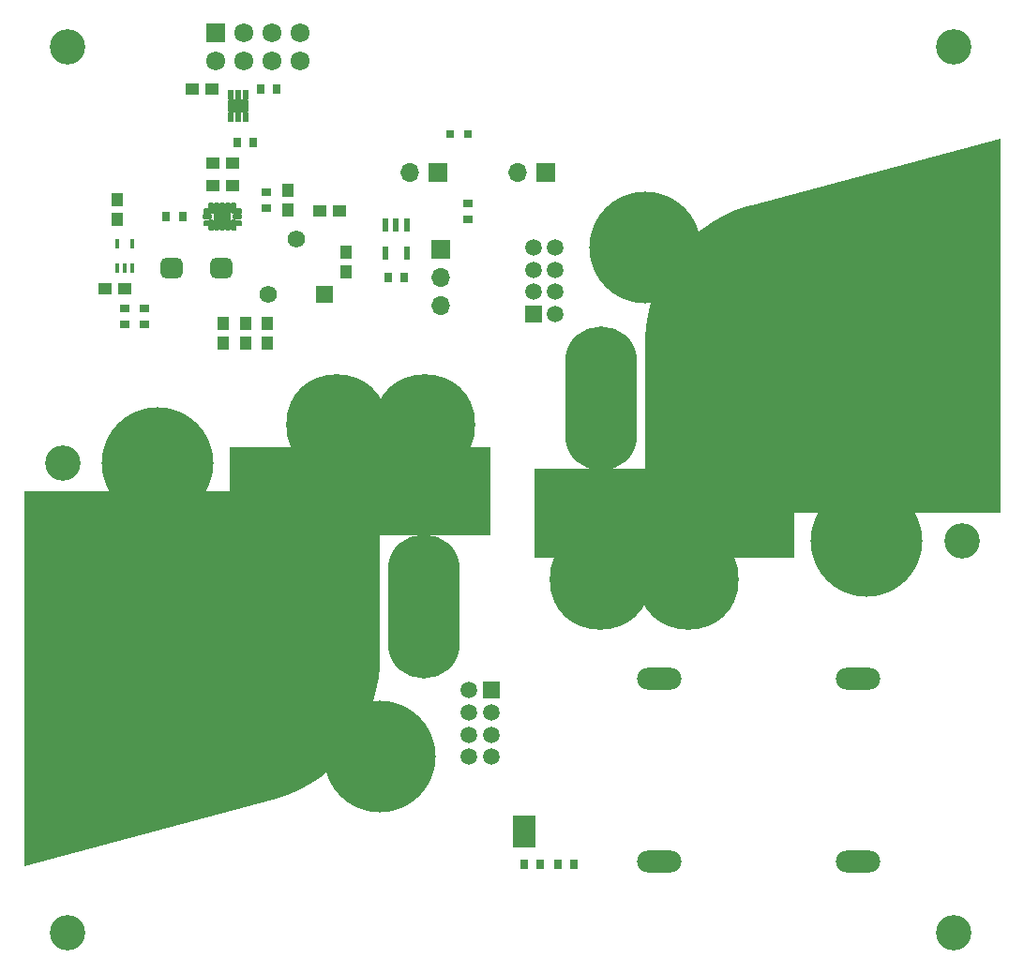
<source format=gbr>
%TF.GenerationSoftware,KiCad,Pcbnew,8.0.4*%
%TF.CreationDate,2024-08-22T00:26:23+05:30*%
%TF.ProjectId,sanket 4.0,73616e6b-6574-4203-942e-302e6b696361,rev?*%
%TF.SameCoordinates,Original*%
%TF.FileFunction,Soldermask,Top*%
%TF.FilePolarity,Negative*%
%FSLAX46Y46*%
G04 Gerber Fmt 4.6, Leading zero omitted, Abs format (unit mm)*
G04 Created by KiCad (PCBNEW 8.0.4) date 2024-08-22 00:26:23*
%MOMM*%
%LPD*%
G01*
G04 APERTURE LIST*
G04 Aperture macros list*
%AMRoundRect*
0 Rectangle with rounded corners*
0 $1 Rounding radius*
0 $2 $3 $4 $5 $6 $7 $8 $9 X,Y pos of 4 corners*
0 Add a 4 corners polygon primitive as box body*
4,1,4,$2,$3,$4,$5,$6,$7,$8,$9,$2,$3,0*
0 Add four circle primitives for the rounded corners*
1,1,$1+$1,$2,$3*
1,1,$1+$1,$4,$5*
1,1,$1+$1,$6,$7*
1,1,$1+$1,$8,$9*
0 Add four rect primitives between the rounded corners*
20,1,$1+$1,$2,$3,$4,$5,0*
20,1,$1+$1,$4,$5,$6,$7,0*
20,1,$1+$1,$6,$7,$8,$9,0*
20,1,$1+$1,$8,$9,$2,$3,0*%
G04 Aperture macros list end*
%ADD10C,0.000000*%
%ADD11C,0.025400*%
%ADD12O,4.000000X2.000000*%
%ADD13R,0.650000X0.900000*%
%ADD14R,1.720000X1.720000*%
%ADD15C,1.720000*%
%ADD16R,0.900000X0.650000*%
%ADD17C,3.200000*%
%ADD18R,1.100000X1.150000*%
%ADD19R,2.000000X3.000000*%
%ADD20R,0.600000X1.250000*%
%ADD21RoundRect,0.450000X0.550000X0.450000X-0.550000X0.450000X-0.550000X-0.450000X0.550000X-0.450000X0*%
%ADD22R,1.700000X1.700000*%
%ADD23O,1.700000X1.700000*%
%ADD24R,1.150000X1.100000*%
%ADD25R,0.400000X0.900000*%
%ADD26R,0.800000X0.800000*%
%ADD27R,1.560000X1.560000*%
%ADD28C,1.560000*%
%ADD29C,10.100000*%
%ADD30C,9.100000*%
%ADD31O,6.500000X13.000000*%
%ADD32R,1.490000X1.490000*%
%ADD33C,1.490000*%
%ADD34RoundRect,0.102000X0.125000X-0.387500X0.125000X0.387500X-0.125000X0.387500X-0.125000X-0.387500X0*%
%ADD35RoundRect,0.102000X0.125000X-1.150000X0.125000X1.150000X-0.125000X1.150000X-0.125000X-1.150000X0*%
%ADD36RoundRect,0.102000X0.325000X-0.125000X0.325000X0.125000X-0.325000X0.125000X-0.325000X-0.125000X0*%
%ADD37RoundRect,0.102000X0.160000X-0.345000X0.160000X0.345000X-0.160000X0.345000X-0.160000X-0.345000X0*%
%ADD38RoundRect,0.102000X0.800000X-0.500000X0.800000X0.500000X-0.800000X0.500000X-0.800000X-0.500000X0*%
G04 APERTURE END LIST*
D10*
%TO.C,DEPLOYER2*%
G36*
X143301100Y-96675485D02*
G01*
X133301100Y-96675485D01*
X133301100Y-107966235D01*
X133301100Y-108498305D01*
X133214140Y-109558895D01*
X133040790Y-110608835D01*
X132782220Y-111641105D01*
X132440160Y-112648785D01*
X132016890Y-113625135D01*
X131515260Y-114563635D01*
X130938600Y-115458005D01*
X130290790Y-116302255D01*
X129576140Y-117090735D01*
X128799460Y-117818185D01*
X127965920Y-118479725D01*
X127081110Y-119070935D01*
X126150940Y-119587865D01*
X125181640Y-120027045D01*
X124179700Y-120385555D01*
X123665750Y-120523265D01*
X101251100Y-126529255D01*
X101251100Y-92675485D01*
X119801100Y-92675485D01*
X119801100Y-88675485D01*
X143301100Y-88675485D01*
X143301100Y-96675485D01*
G37*
%TO.C,DEPLOYER1*%
G36*
X189351100Y-94675485D02*
G01*
X170801100Y-94675485D01*
X170801100Y-98675485D01*
X147301100Y-98675485D01*
X147301100Y-90675485D01*
X157301100Y-90675485D01*
X157301100Y-79384735D01*
X157301100Y-78852665D01*
X157388060Y-77792075D01*
X157561410Y-76742135D01*
X157819980Y-75709865D01*
X158162040Y-74702185D01*
X158585310Y-73725835D01*
X159086940Y-72787335D01*
X159663600Y-71892965D01*
X160311410Y-71048715D01*
X161026060Y-70260235D01*
X161802740Y-69532785D01*
X162636280Y-68871245D01*
X163521090Y-68280035D01*
X164451260Y-67763105D01*
X165420560Y-67323925D01*
X166422500Y-66965415D01*
X166936450Y-66827705D01*
X189351100Y-60821715D01*
X189351100Y-94675485D01*
G37*
D11*
%TO.C,U6*%
X118206248Y-66698779D02*
X118215777Y-66701669D01*
X118224558Y-66706359D01*
X118232258Y-66712679D01*
X118282258Y-66762679D01*
X118288574Y-66770379D01*
X118293270Y-66779159D01*
X118296161Y-66788689D01*
X118297136Y-66798599D01*
X118297136Y-67473599D01*
X118296161Y-67483508D01*
X118293270Y-67493040D01*
X118288574Y-67501821D01*
X118282258Y-67509518D01*
X118232258Y-67559518D01*
X118224558Y-67565836D01*
X118215777Y-67570533D01*
X118206248Y-67573424D01*
X118196336Y-67574399D01*
X117521336Y-67574399D01*
X117511426Y-67573424D01*
X117501896Y-67570533D01*
X117493116Y-67565836D01*
X117485416Y-67559518D01*
X117435416Y-67509518D01*
X117429096Y-67501821D01*
X117424406Y-67493040D01*
X117421516Y-67483508D01*
X117420536Y-67473599D01*
X117420536Y-67223599D01*
X117421516Y-67213686D01*
X117424406Y-67204158D01*
X117429096Y-67195377D01*
X117435416Y-67187677D01*
X117485416Y-67137677D01*
X117493116Y-67131361D01*
X117501896Y-67126665D01*
X117511426Y-67123774D01*
X117521336Y-67122799D01*
X117925296Y-67122799D01*
X117945536Y-67102558D01*
X117945536Y-66798599D01*
X117946506Y-66788689D01*
X117949406Y-66779159D01*
X117954096Y-66770379D01*
X117960416Y-66762679D01*
X118010416Y-66712679D01*
X118018116Y-66706359D01*
X118026896Y-66701669D01*
X118036426Y-66698779D01*
X118046336Y-66697799D01*
X118196336Y-66697799D01*
X118206248Y-66698779D01*
G36*
X118206248Y-66698779D02*
G01*
X118215777Y-66701669D01*
X118224558Y-66706359D01*
X118232258Y-66712679D01*
X118282258Y-66762679D01*
X118288574Y-66770379D01*
X118293270Y-66779159D01*
X118296161Y-66788689D01*
X118297136Y-66798599D01*
X118297136Y-67473599D01*
X118296161Y-67483508D01*
X118293270Y-67493040D01*
X118288574Y-67501821D01*
X118282258Y-67509518D01*
X118232258Y-67559518D01*
X118224558Y-67565836D01*
X118215777Y-67570533D01*
X118206248Y-67573424D01*
X118196336Y-67574399D01*
X117521336Y-67574399D01*
X117511426Y-67573424D01*
X117501896Y-67570533D01*
X117493116Y-67565836D01*
X117485416Y-67559518D01*
X117435416Y-67509518D01*
X117429096Y-67501821D01*
X117424406Y-67493040D01*
X117421516Y-67483508D01*
X117420536Y-67473599D01*
X117420536Y-67223599D01*
X117421516Y-67213686D01*
X117424406Y-67204158D01*
X117429096Y-67195377D01*
X117435416Y-67187677D01*
X117485416Y-67137677D01*
X117493116Y-67131361D01*
X117501896Y-67126665D01*
X117511426Y-67123774D01*
X117521336Y-67122799D01*
X117925296Y-67122799D01*
X117945536Y-67102558D01*
X117945536Y-66798599D01*
X117946506Y-66788689D01*
X117949406Y-66779159D01*
X117954096Y-66770379D01*
X117960416Y-66762679D01*
X118010416Y-66712679D01*
X118018116Y-66706359D01*
X118026896Y-66701669D01*
X118036426Y-66698779D01*
X118046336Y-66697799D01*
X118196336Y-66697799D01*
X118206248Y-66698779D01*
G37*
X118206248Y-68223774D02*
X118215777Y-68226665D01*
X118224558Y-68231362D01*
X118232258Y-68237680D01*
X118282258Y-68287680D01*
X118288574Y-68295377D01*
X118293270Y-68304158D01*
X118296161Y-68313690D01*
X118297136Y-68323599D01*
X118297136Y-68998599D01*
X118296161Y-69008509D01*
X118293270Y-69018039D01*
X118288574Y-69026819D01*
X118282258Y-69034519D01*
X118232258Y-69084519D01*
X118224558Y-69090839D01*
X118215777Y-69095529D01*
X118206248Y-69098419D01*
X118196336Y-69099399D01*
X118046336Y-69099399D01*
X118036426Y-69098419D01*
X118026896Y-69095529D01*
X118018116Y-69090839D01*
X118010416Y-69084519D01*
X117960416Y-69034519D01*
X117954096Y-69026819D01*
X117949406Y-69018039D01*
X117946506Y-69008509D01*
X117945536Y-68998599D01*
X117945536Y-68694640D01*
X117925296Y-68674399D01*
X117521336Y-68674399D01*
X117511426Y-68673424D01*
X117501896Y-68670533D01*
X117493116Y-68665837D01*
X117485416Y-68659521D01*
X117435416Y-68609521D01*
X117429096Y-68601821D01*
X117424406Y-68593040D01*
X117421516Y-68583512D01*
X117420536Y-68573599D01*
X117420536Y-68323599D01*
X117421516Y-68313690D01*
X117424406Y-68304158D01*
X117429096Y-68295377D01*
X117435416Y-68287680D01*
X117485416Y-68237680D01*
X117493116Y-68231362D01*
X117501896Y-68226665D01*
X117511426Y-68223774D01*
X117521336Y-68222799D01*
X118196336Y-68222799D01*
X118206248Y-68223774D01*
G36*
X118206248Y-68223774D02*
G01*
X118215777Y-68226665D01*
X118224558Y-68231362D01*
X118232258Y-68237680D01*
X118282258Y-68287680D01*
X118288574Y-68295377D01*
X118293270Y-68304158D01*
X118296161Y-68313690D01*
X118297136Y-68323599D01*
X118297136Y-68998599D01*
X118296161Y-69008509D01*
X118293270Y-69018039D01*
X118288574Y-69026819D01*
X118282258Y-69034519D01*
X118232258Y-69084519D01*
X118224558Y-69090839D01*
X118215777Y-69095529D01*
X118206248Y-69098419D01*
X118196336Y-69099399D01*
X118046336Y-69099399D01*
X118036426Y-69098419D01*
X118026896Y-69095529D01*
X118018116Y-69090839D01*
X118010416Y-69084519D01*
X117960416Y-69034519D01*
X117954096Y-69026819D01*
X117949406Y-69018039D01*
X117946506Y-69008509D01*
X117945536Y-68998599D01*
X117945536Y-68694640D01*
X117925296Y-68674399D01*
X117521336Y-68674399D01*
X117511426Y-68673424D01*
X117501896Y-68670533D01*
X117493116Y-68665837D01*
X117485416Y-68659521D01*
X117435416Y-68609521D01*
X117429096Y-68601821D01*
X117424406Y-68593040D01*
X117421516Y-68583512D01*
X117420536Y-68573599D01*
X117420536Y-68323599D01*
X117421516Y-68313690D01*
X117424406Y-68304158D01*
X117429096Y-68295377D01*
X117435416Y-68287680D01*
X117485416Y-68237680D01*
X117493116Y-68231362D01*
X117501896Y-68226665D01*
X117511426Y-68223774D01*
X117521336Y-68222799D01*
X118196336Y-68222799D01*
X118206248Y-68223774D01*
G37*
X120731246Y-68223774D02*
X120740776Y-68226665D01*
X120749566Y-68231362D01*
X120757256Y-68237680D01*
X120807256Y-68287680D01*
X120813576Y-68295377D01*
X120818266Y-68304158D01*
X120821156Y-68313690D01*
X120822136Y-68323599D01*
X120822136Y-68573599D01*
X120821156Y-68583512D01*
X120818266Y-68593040D01*
X120813576Y-68601821D01*
X120807256Y-68609521D01*
X120757256Y-68659521D01*
X120749566Y-68665837D01*
X120740776Y-68670533D01*
X120731246Y-68673424D01*
X120721336Y-68674399D01*
X120317376Y-68674399D01*
X120297136Y-68694640D01*
X120297136Y-68998599D01*
X120296166Y-69008509D01*
X120293266Y-69018039D01*
X120288576Y-69026819D01*
X120282256Y-69034519D01*
X120232256Y-69084519D01*
X120224556Y-69090839D01*
X120215776Y-69095529D01*
X120206246Y-69098419D01*
X120196336Y-69099399D01*
X120046339Y-69099399D01*
X120036427Y-69098419D01*
X120026895Y-69095529D01*
X120018117Y-69090839D01*
X120010417Y-69084519D01*
X119960417Y-69034519D01*
X119954102Y-69026819D01*
X119949405Y-69018039D01*
X119946514Y-69008509D01*
X119945539Y-68998599D01*
X119945539Y-68323599D01*
X119946514Y-68313690D01*
X119949405Y-68304158D01*
X119954102Y-68295377D01*
X119960417Y-68287680D01*
X120010417Y-68237680D01*
X120018117Y-68231362D01*
X120026895Y-68226665D01*
X120036427Y-68223774D01*
X120046339Y-68222799D01*
X120721336Y-68222799D01*
X120731246Y-68223774D01*
G36*
X120731246Y-68223774D02*
G01*
X120740776Y-68226665D01*
X120749566Y-68231362D01*
X120757256Y-68237680D01*
X120807256Y-68287680D01*
X120813576Y-68295377D01*
X120818266Y-68304158D01*
X120821156Y-68313690D01*
X120822136Y-68323599D01*
X120822136Y-68573599D01*
X120821156Y-68583512D01*
X120818266Y-68593040D01*
X120813576Y-68601821D01*
X120807256Y-68609521D01*
X120757256Y-68659521D01*
X120749566Y-68665837D01*
X120740776Y-68670533D01*
X120731246Y-68673424D01*
X120721336Y-68674399D01*
X120317376Y-68674399D01*
X120297136Y-68694640D01*
X120297136Y-68998599D01*
X120296166Y-69008509D01*
X120293266Y-69018039D01*
X120288576Y-69026819D01*
X120282256Y-69034519D01*
X120232256Y-69084519D01*
X120224556Y-69090839D01*
X120215776Y-69095529D01*
X120206246Y-69098419D01*
X120196336Y-69099399D01*
X120046339Y-69099399D01*
X120036427Y-69098419D01*
X120026895Y-69095529D01*
X120018117Y-69090839D01*
X120010417Y-69084519D01*
X119960417Y-69034519D01*
X119954102Y-69026819D01*
X119949405Y-69018039D01*
X119946514Y-69008509D01*
X119945539Y-68998599D01*
X119945539Y-68323599D01*
X119946514Y-68313690D01*
X119949405Y-68304158D01*
X119954102Y-68295377D01*
X119960417Y-68287680D01*
X120010417Y-68237680D01*
X120018117Y-68231362D01*
X120026895Y-68226665D01*
X120036427Y-68223774D01*
X120046339Y-68222799D01*
X120721336Y-68222799D01*
X120731246Y-68223774D01*
G37*
X120206246Y-66698779D02*
X120215776Y-66701669D01*
X120224556Y-66706359D01*
X120232256Y-66712679D01*
X120282256Y-66762679D01*
X120288576Y-66770379D01*
X120293266Y-66779159D01*
X120296166Y-66788689D01*
X120297136Y-66798599D01*
X120297136Y-67102558D01*
X120317376Y-67122799D01*
X120721336Y-67122799D01*
X120731246Y-67123774D01*
X120740776Y-67126665D01*
X120749566Y-67131361D01*
X120757256Y-67137677D01*
X120807256Y-67187677D01*
X120813576Y-67195377D01*
X120818266Y-67204158D01*
X120821156Y-67213686D01*
X120822136Y-67223599D01*
X120822136Y-67473599D01*
X120821156Y-67483508D01*
X120818266Y-67493040D01*
X120813576Y-67501821D01*
X120807256Y-67509518D01*
X120757256Y-67559518D01*
X120749566Y-67565836D01*
X120740776Y-67570533D01*
X120731246Y-67573424D01*
X120721336Y-67574399D01*
X120046339Y-67574399D01*
X120036427Y-67573424D01*
X120026895Y-67570533D01*
X120018117Y-67565836D01*
X120010417Y-67559518D01*
X119960417Y-67509518D01*
X119954102Y-67501821D01*
X119949405Y-67493040D01*
X119946514Y-67483508D01*
X119945539Y-67473599D01*
X119945539Y-66798599D01*
X119946514Y-66788689D01*
X119949405Y-66779159D01*
X119954102Y-66770379D01*
X119960417Y-66762679D01*
X120010417Y-66712679D01*
X120018117Y-66706359D01*
X120026895Y-66701669D01*
X120036427Y-66698779D01*
X120046339Y-66697799D01*
X120196336Y-66697799D01*
X120206246Y-66698779D01*
G36*
X120206246Y-66698779D02*
G01*
X120215776Y-66701669D01*
X120224556Y-66706359D01*
X120232256Y-66712679D01*
X120282256Y-66762679D01*
X120288576Y-66770379D01*
X120293266Y-66779159D01*
X120296166Y-66788689D01*
X120297136Y-66798599D01*
X120297136Y-67102558D01*
X120317376Y-67122799D01*
X120721336Y-67122799D01*
X120731246Y-67123774D01*
X120740776Y-67126665D01*
X120749566Y-67131361D01*
X120757256Y-67137677D01*
X120807256Y-67187677D01*
X120813576Y-67195377D01*
X120818266Y-67204158D01*
X120821156Y-67213686D01*
X120822136Y-67223599D01*
X120822136Y-67473599D01*
X120821156Y-67483508D01*
X120818266Y-67493040D01*
X120813576Y-67501821D01*
X120807256Y-67509518D01*
X120757256Y-67559518D01*
X120749566Y-67565836D01*
X120740776Y-67570533D01*
X120731246Y-67573424D01*
X120721336Y-67574399D01*
X120046339Y-67574399D01*
X120036427Y-67573424D01*
X120026895Y-67570533D01*
X120018117Y-67565836D01*
X120010417Y-67559518D01*
X119960417Y-67509518D01*
X119954102Y-67501821D01*
X119949405Y-67493040D01*
X119946514Y-67483508D01*
X119945539Y-67473599D01*
X119945539Y-66798599D01*
X119946514Y-66788689D01*
X119949405Y-66779159D01*
X119954102Y-66770379D01*
X119960417Y-66762679D01*
X120010417Y-66712679D01*
X120018117Y-66706359D01*
X120026895Y-66701669D01*
X120036427Y-66698779D01*
X120046339Y-66697799D01*
X120196336Y-66697799D01*
X120206246Y-66698779D01*
G37*
%TD*%
D12*
%TO.C,MISC1*%
X176543300Y-126094400D03*
X176543300Y-109594400D03*
X158543300Y-126094400D03*
X158543300Y-109594400D03*
%TD*%
D13*
%TO.C,R10*%
X146351100Y-126398600D03*
X147801100Y-126398600D03*
%TD*%
D14*
%TO.C,J4*%
X118504500Y-51263600D03*
D15*
X118504500Y-53803600D03*
X121044500Y-51263600D03*
X121044500Y-53803600D03*
X123584500Y-51263600D03*
X123584500Y-53803600D03*
X126124500Y-51263600D03*
X126124500Y-53803600D03*
%TD*%
D16*
%TO.C,R7*%
X110301100Y-77623600D03*
X110301100Y-76173600D03*
%TD*%
D17*
%TO.C,H1*%
X105181900Y-132598600D03*
%TD*%
D18*
%TO.C,CFF1*%
X130301100Y-71098600D03*
X130301100Y-72898600D03*
%TD*%
D19*
%TO.C,BLEEDER1*%
X146355280Y-123431360D03*
%TD*%
D16*
%TO.C,R4*%
X141301100Y-66673600D03*
X141301100Y-68123600D03*
%TD*%
D20*
%TO.C,U5*%
X135751100Y-68648600D03*
X134801100Y-68648600D03*
X133851100Y-68648600D03*
X133851100Y-71148600D03*
X135751100Y-71148600D03*
%TD*%
D18*
%TO.C,C4*%
X119214691Y-77498600D03*
X119214691Y-79298600D03*
%TD*%
D13*
%TO.C,RSENSE1*%
X134076100Y-73398600D03*
X135526100Y-73398600D03*
%TD*%
D17*
%TO.C,H2*%
X185181900Y-52598600D03*
%TD*%
D21*
%TO.C,L1*%
X119051100Y-72567690D03*
X114551100Y-72567690D03*
%TD*%
D22*
%TO.C,J3*%
X138576100Y-63898600D03*
D23*
X136036100Y-63898600D03*
%TD*%
D24*
%TO.C,C3*%
X120030170Y-65088575D03*
X118230170Y-65088575D03*
%TD*%
D18*
%TO.C,C7*%
X109633707Y-66347641D03*
X109633707Y-68147641D03*
%TD*%
D13*
%TO.C,R_ILIM1*%
X120469372Y-61209901D03*
X121919372Y-61209901D03*
%TD*%
D16*
%TO.C,R5*%
X123123460Y-67133984D03*
X123123460Y-65683984D03*
%TD*%
D25*
%TO.C,U3*%
X109651100Y-72498600D03*
X110301100Y-72498600D03*
X110951100Y-72498600D03*
X110951100Y-70298600D03*
X109651100Y-70298600D03*
%TD*%
D13*
%TO.C,R11*%
X149402170Y-126424650D03*
X150852170Y-126424650D03*
%TD*%
D26*
%TO.C,D1*%
X139701100Y-60398600D03*
X141301100Y-60398600D03*
%TD*%
D24*
%TO.C,C6*%
X108514710Y-74402132D03*
X110314710Y-74402132D03*
%TD*%
D13*
%TO.C,R1*%
X124026100Y-56398600D03*
X122576100Y-56398600D03*
%TD*%
D18*
%TO.C,C9*%
X121214691Y-77498600D03*
X121214691Y-79298600D03*
%TD*%
D13*
%TO.C,R6*%
X114076100Y-67898600D03*
X115526100Y-67898600D03*
%TD*%
D17*
%TO.C,H3*%
X185181900Y-132598600D03*
%TD*%
D22*
%TO.C,J1*%
X138801100Y-70873600D03*
D23*
X138801100Y-73413600D03*
X138801100Y-75953600D03*
%TD*%
D27*
%TO.C,RV1*%
X128301100Y-74906421D03*
D28*
X125801100Y-69906421D03*
X123301100Y-74906421D03*
%TD*%
D17*
%TO.C,DEPLOYER2*%
X104701100Y-90175485D03*
D29*
X113301100Y-90175485D03*
D30*
X129401100Y-86675485D03*
D29*
X133301100Y-116675485D03*
D31*
X137301100Y-103075485D03*
D30*
X137401100Y-86675485D03*
D32*
X143401100Y-110675485D03*
D33*
X141401100Y-110675485D03*
X143401100Y-112675485D03*
X141401100Y-112675485D03*
X143401100Y-114675485D03*
X141401100Y-114675485D03*
X143401100Y-116675485D03*
X141401100Y-116675485D03*
%TD*%
D16*
%TO.C,R8*%
X112076100Y-76173600D03*
X112076100Y-77623600D03*
%TD*%
D24*
%TO.C,C1*%
X116401100Y-56398600D03*
X118201100Y-56398600D03*
%TD*%
D17*
%TO.C,H5*%
X105181900Y-52598600D03*
%TD*%
%TO.C,DEPLOYER1*%
X185901100Y-97175485D03*
D29*
X177301100Y-97175485D03*
D30*
X161201100Y-100675485D03*
D29*
X157301100Y-70675485D03*
D31*
X153301100Y-84275485D03*
D30*
X153201100Y-100675485D03*
D32*
X147201100Y-76675485D03*
D33*
X149201100Y-76675485D03*
X147201100Y-74675485D03*
X149201100Y-74675485D03*
X147201100Y-72675485D03*
X149201100Y-72675485D03*
X147201100Y-70675485D03*
X149201100Y-70675485D03*
%TD*%
D18*
%TO.C,C10*%
X123214691Y-77498600D03*
X123214691Y-79298600D03*
%TD*%
D24*
%TO.C,C2*%
X120062923Y-63052123D03*
X118262923Y-63052123D03*
%TD*%
%TO.C,C8*%
X127901100Y-67398600D03*
X129701100Y-67398600D03*
%TD*%
D22*
%TO.C,DIR_PW1*%
X148301100Y-63898600D03*
D23*
X145761100Y-63898600D03*
%TD*%
D34*
%TO.C,U6*%
X118121336Y-68659499D03*
D35*
X118621336Y-67898599D03*
X119121336Y-67898599D03*
X119621336Y-67898599D03*
D34*
X120121333Y-68659499D03*
D36*
X120446336Y-67898599D03*
D34*
X120121336Y-67137699D03*
X118121336Y-67137699D03*
D36*
X117796336Y-67898599D03*
%TD*%
D37*
%TO.C,U4*%
X119894373Y-58918600D03*
X120544373Y-58918600D03*
X121194373Y-58918600D03*
X121194373Y-56878600D03*
X120544373Y-56878600D03*
X119894373Y-56878600D03*
D38*
X120544373Y-57898600D03*
%TD*%
D18*
%TO.C,C5*%
X125032633Y-65524580D03*
X125032633Y-67324580D03*
%TD*%
M02*

</source>
